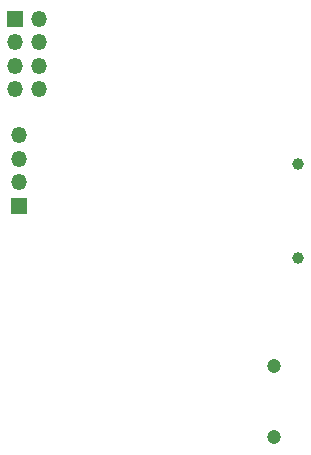
<source format=gbr>
%TF.GenerationSoftware,KiCad,Pcbnew,(6.0.0-rc1-323-gb9e66d8b98)*%
%TF.CreationDate,2021-12-29T00:01:46+08:00*%
%TF.ProjectId,AudioExtendBoard,41756469-6f45-4787-9465-6e64426f6172,rev?*%
%TF.SameCoordinates,Original*%
%TF.FileFunction,Soldermask,Bot*%
%TF.FilePolarity,Negative*%
%FSLAX46Y46*%
G04 Gerber Fmt 4.6, Leading zero omitted, Abs format (unit mm)*
G04 Created by KiCad (PCBNEW (6.0.0-rc1-323-gb9e66d8b98)) date 2021-12-29 00:01:46*
%MOMM*%
%LPD*%
G01*
G04 APERTURE LIST*
%ADD10C,1.200000*%
%ADD11R,1.350000X1.350000*%
%ADD12O,1.350000X1.350000*%
%ADD13C,1.000000*%
G04 APERTURE END LIST*
D10*
%TO.C,PHONE1*%
X188628500Y-114947500D03*
X188628500Y-120947500D03*
%TD*%
D11*
%TO.C,J2*%
X166740000Y-85520000D03*
D12*
X168740000Y-85520000D03*
X166740000Y-87520000D03*
X168740000Y-87520000D03*
X166740000Y-89520000D03*
X168740000Y-89520000D03*
X166740000Y-91520000D03*
X168740000Y-91520000D03*
%TD*%
D11*
%TO.C,J3*%
X167010000Y-101380000D03*
D12*
X167010000Y-99380000D03*
X167010000Y-97380000D03*
X167010000Y-95380000D03*
%TD*%
D13*
%TO.C,J1*%
X190637000Y-105795000D03*
X190634000Y-97796000D03*
%TD*%
M02*

</source>
